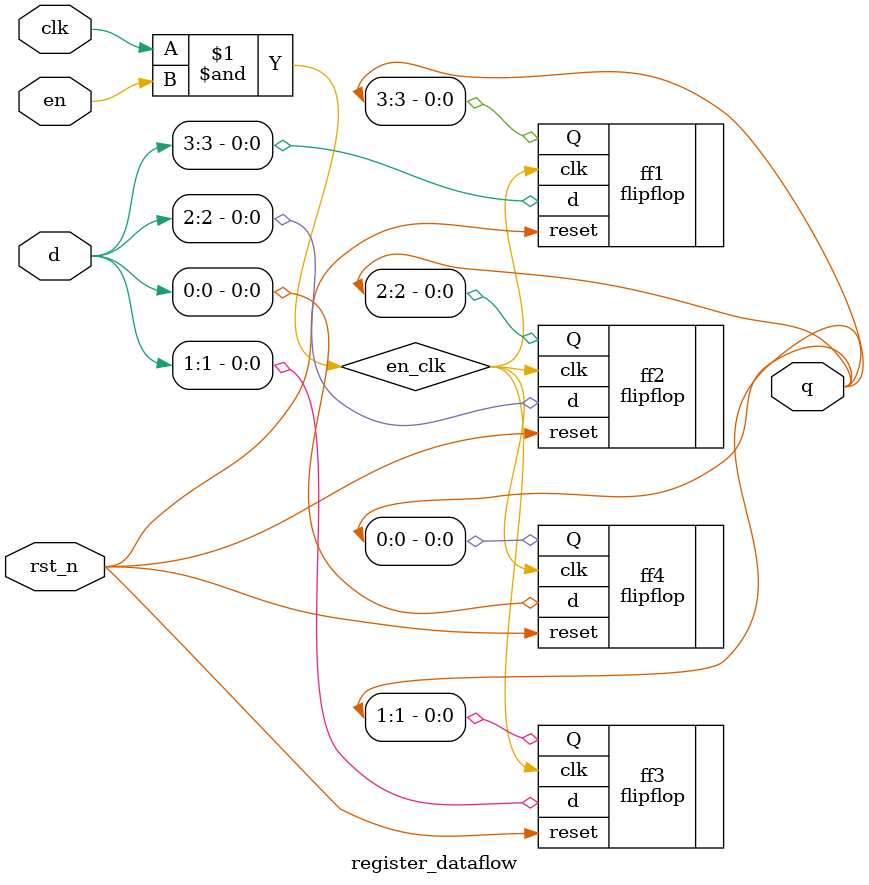
<source format=sv>
`timescale 1ns / 1ps


module register_dataflow  #(
    parameter n = 4 // Width of the register
)(
    input logic [n-1:0] d,    // 4-bit input data
    input logic clk,        // Clock signal
    input logic rst_n,      // Asynchronous active-low reset
    input logic en, 
    output logic [n-1:0] q    // 4-bit output
);
 logic en_clk;
 assign en_clk = clk & en;
flipflop ff1(
    .clk(en_clk),
    .reset(rst_n),
    .d(d[3]),
    .Q(q[3])
);
flipflop ff2(
    .clk(en_clk),
    .reset(rst_n),
    .d(d[2]),
    .Q(q[2])
);
flipflop ff3(
    .clk(en_clk),
    .reset(rst_n),
    .d(d[1]),
    .Q(q[1])
);
flipflop ff4(
    .clk(en_clk),
    .reset(rst_n),
    .d(d[0]),
    .Q(q[0])
);
endmodule

</source>
